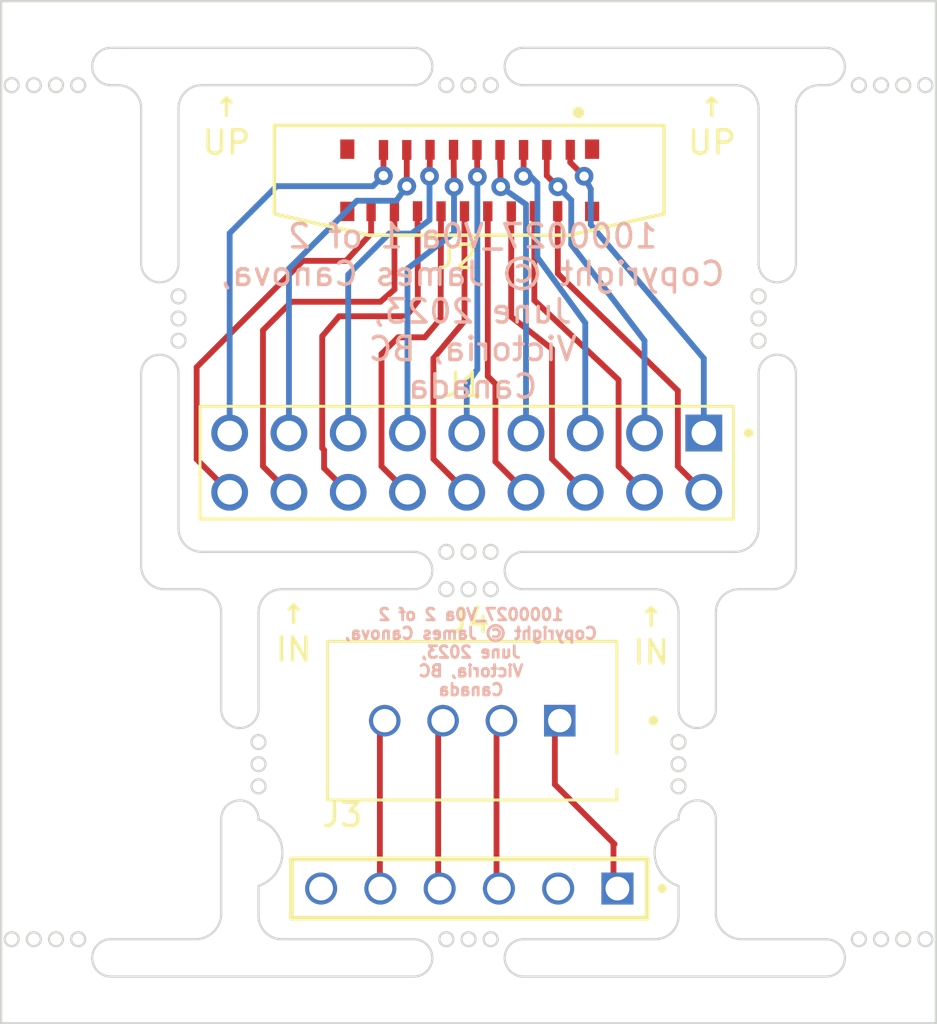
<source format=kicad_pcb>
(kicad_pcb (version 20211014) (generator pcbnew)
  (layers (0 "F.Cu" signal) (31 "B.Cu" signal) (34 "B.Paste" user) (35 "F.Paste" user) (36 "B.SilkS" user "B.Silkscreen") (37 "F.SilkS" user "F.Silkscreen") (38 "B.Mask" user) (39 "F.Mask" user) (44 "Edge.Cuts" user))
  (net 0 "")
  (net 1 "/GND")
  (net 2 "/SCL")
  (net 3 "/SDA")
  (net 4 "/Vcc (3.3V)")
  (net 5 "C1")
  (net 6 "C2")
  (net 7 "C3")
  (net 8 "C4")
  (net 9 "C5")
  (net 10 "C6")
  (net 11 "C7")
  (net 12 "C8")
  (net 13 "C9")
  (net 14 "C10")
  (net 15 "C11")
  (net 16 "C12")
  (net 17 "C13")
  (net 18 "C14")
  (net 19 "C15")
  (net 20 "C16")
  (net 21 "C17")
  (net 22 "C18")
  (footprint "myKiCadGlobalFootprintLibrary:SAMTEC_MTSW-106-12-L-S-790" (layer "F.Cu") (at 149.479 106.299)
    (fp_text reference "J3" (at -5.445 -3.155) (layer "F.SilkS"))
    (fp_text value "MTSW-106-12-L-S-790_6_by_1_header" hide)
    (fp_line (start 7.62 1.27) (end -7.62 1.27) (layer "F.SilkS") (width 0.2))
    (fp_line (start -7.62 1.27) (end -7.62 -1.27) (layer "F.SilkS") (width 0.2))
    (fp_line (start 7.62 -1.27) (end 7.62 1.27) (layer "F.SilkS") (width 0.2))
    (fp_line (start 7.62 -1.27) (end -7.62 -1.27) (layer "F.SilkS") (width 0.2))
    (fp_circle (center 8.27 0) (end 8.37 0) (layer "F.SilkS") (width 0.2) (fill none))
    (pad "01" thru_hole rect (at 6.35 0) (size 1.37 1.37) (drill 1.02) (layers *.Cu *.Mask) (net 1 "/GND"))
    (pad "02" thru_hole circle (at 3.81 0) (size 1.37 1.37) (drill 1.02) (layers *.Cu *.Mask))
    (pad "03" thru_hole circle (at 1.27 0) (size 1.37 1.37) (drill 1.02) (layers *.Cu *.Mask) (net 2 "/SCL"))
    (pad "04" thru_hole circle (at -1.27 0) (size 1.37 1.37) (drill 1.02) (layers *.Cu *.Mask) (net 3 "/SDA"))
    (pad "05" thru_hole circle (at -3.81 0) (size 1.37 1.37) (drill 1.02) (layers *.Cu *.Mask) (net 4 "/Vcc (3.3V)"))
    (pad "06" thru_hole circle (at -6.35 0) (size 1.37 1.37) (drill 1.02) (layers *.Cu *.Mask))
  )
  (footprint "myKiCadGlobalFootprintLibrary:533750410" (layer "F.Cu") (at 153.356 99.1058)
    (fp_text reference "J4" (at -3.856 -4.2808) (layer "F.SilkS"))
    (fp_text value "533750410" hide)
    (fp_line (start 2.45 3.4) (end -9.95 3.4) (layer "F.SilkS") (width 0.127))
    (fp_line (start -9.95 3.4) (end -9.95 -3.4) (layer "F.SilkS") (width 0.127))
    (fp_line (start -9.95 -3.4) (end 2.45 -3.4) (layer "F.SilkS") (width 0.127))
    (fp_line (start 2.45 2.95) (end 2.45 3.4) (layer "F.SilkS") (width 0.127))
    (fp_line (start 2.45 -3.4) (end 2.45 1.4) (layer "F.SilkS") (width 0.127))
    (fp_circle (center 4.0132 0) (end 4.1632 0) (layer "F.SilkS") (width 0.12) (fill solid))
    (pad "" np_thru_hole circle (at 1.6 2.2) (size 1.2 1.2) (drill 1.2) (layers *.Cu *.Mask))
    (pad "1" thru_hole rect (at 0 0) (size 1.35 1.35) (drill 1) (layers *.Cu) (net 1 "/GND"))
    (pad "2" thru_hole circle (at -2.5 0) (size 1.35 1.35) (drill 1) (layers *.Cu) (net 2 "/SCL"))
    (pad "3" thru_hole circle (at -5 0) (size 1.35 1.35) (drill 1) (layers *.Cu) (net 3 "/SDA"))
    (pad "4" thru_hole circle (at -7.5 0) (size 1.35 1.35) (drill 1) (layers *.Cu) (net 4 "/Vcc (3.3V)"))
  )
  (footprint "myKiCadGlobalFootprintLibrary:AMPHENOL_10076801-406T18LF" (layer "F.Cu") (at 149.37 88.048 180)
    (fp_text reference "J1" (at 0.145 3.339) (layer "F.SilkS"))
    (fp_text value "10076801-406T18LF_9_by_2_header" hide)
    (fp_line (start -11.43 2.415) (end -11.43 -2.415) (layer "F.SilkS") (width 0.127))
    (fp_line (start 11.43 -2.415) (end 11.43 2.415) (layer "F.SilkS") (width 0.127))
    (fp_line (start 11.43 2.415) (end -11.43 2.415) (layer "F.SilkS") (width 0.127))
    (fp_line (start 11.43 -2.415) (end -11.43 -2.415) (layer "F.SilkS") (width 0.127))
    (fp_circle (center -12.08 1.27) (end -11.98 1.27) (layer "F.SilkS") (width 0.2) (fill none))
    (pad "01" thru_hole rect (at -10.16 1.27 180) (size 1.575 1.575) (drill 1.05) (layers *.Cu *.Mask) (net 5 "C1"))
    (pad "02" thru_hole circle (at -10.16 -1.27 180) (size 1.575 1.575) (drill 1.05) (layers *.Cu *.Mask) (net 6 "C2"))
    (pad "03" thru_hole circle (at -7.62 1.27 180) (size 1.575 1.575) (drill 1.05) (layers *.Cu *.Mask) (net 7 "C3"))
    (pad "04" thru_hole circle (at -7.62 -1.27 180) (size 1.575 1.575) (drill 1.05) (layers *.Cu *.Mask) (net 8 "C4"))
    (pad "05" thru_hole circle (at -5.08 1.27 180) (size 1.575 1.575) (drill 1.05) (layers *.Cu *.Mask) (net 9 "C5"))
    (pad "06" thru_hole circle (at -5.08 -1.27 180) (size 1.575 1.575) (drill 1.05) (layers *.Cu *.Mask) (net 10 "C6"))
    (pad "07" thru_hole circle (at -2.54 1.27 180) (size 1.575 1.575) (drill 1.05) (layers *.Cu *.Mask) (net 11 "C7"))
    (pad "08" thru_hole circle (at -2.54 -1.27 180) (size 1.575 1.575) (drill 1.05) (layers *.Cu *.Mask) (net 12 "C8"))
    (pad "09" thru_hole circle (at 0 1.27 180) (size 1.575 1.575) (drill 1.05) (layers *.Cu *.Mask) (net 13 "C9"))
    (pad "10" thru_hole circle (at 0 -1.27 180) (size 1.575 1.575) (drill 1.05) (layers *.Cu *.Mask) (net 14 "C10"))
    (pad "11" thru_hole circle (at 2.54 1.27 180) (size 1.575 1.575) (drill 1.05) (layers *.Cu *.Mask) (net 15 "C11"))
    (pad "12" thru_hole circle (at 2.54 -1.27 180) (size 1.575 1.575) (drill 1.05) (layers *.Cu *.Mask) (net 16 "C12"))
    (pad "13" thru_hole circle (at 5.08 1.27 180) (size 1.575 1.575) (drill 1.05) (layers *.Cu *.Mask) (net 17 "C13"))
    (pad "14" thru_hole circle (at 5.08 -1.27 180) (size 1.575 1.575) (drill 1.05) (layers *.Cu *.Mask) (net 18 "C14"))
    (pad "15" thru_hole circle (at 7.62 1.27 180) (size 1.575 1.575) (drill 1.05) (layers *.Cu *.Mask) (net 19 "C15"))
    (pad "16" thru_hole circle (at 7.62 -1.27 180) (size 1.575 1.575) (drill 1.05) (layers *.Cu *.Mask) (net 20 "C16"))
    (pad "17" thru_hole circle (at 10.16 1.27 180) (size 1.575 1.575) (drill 1.05) (layers *.Cu *.Mask) (net 21 "C17"))
    (pad "18" thru_hole circle (at 10.16 -1.27 180) (size 1.575 1.575) (drill 1.05) (layers *.Cu *.Mask) (net 22 "C18"))
  )
  (footprint "myKiCadGlobalFootprintLibrary:525591853" (layer "F.Cu") (at 149.280982 75.605249)
    (fp_text reference "J2" (at -0.327982 3.622751) (layer "F.SilkS"))
    (fp_text value "0525591853" hide)
    (fp_line (start 8.544018 1.781439) (end 8.544018 -2.005075) (layer "F.SilkS") (width 0.1524))
    (fp_line (start -8.155982 -2.005075) (end -8.155982 1.781439) (layer "F.SilkS") (width 0.1524))
    (fp_line (start -4.112116 2.694577) (end 4.500152 2.694577) (layer "F.SilkS") (width 0.1524))
    (fp_line (start -8.155982 1.781439) (end -4.112116 2.694577) (layer "F.SilkS") (width 0.1524))
    (fp_line (start 4.500152 2.694577) (end 8.544018 1.781439) (layer "F.SilkS") (width 0.1524))
    (fp_line (start 8.544018 -2.005075) (end -8.155982 -2.005075) (layer "F.SilkS") (width 0.1524))
    (fp_circle (center 4.8768 -2.5654) (end 5.0268 -2.5654) (layer "F.SilkS") (width 0.2) (fill solid))
    (pad " " smd rect (at 5.461 -0.9906) (size 0.6056 0.8322) (layers "F.Cu" "F.Paste" "F.Mask"))
    (pad " " smd rect (at -5.0292 1.6764) (size 0.6056 0.8322) (layers "F.Cu" "F.Paste" "F.Mask"))
    (pad " " smd rect (at -5.0292 -0.9906) (size 0.6056 0.8322) (layers "F.Cu" "F.Paste" "F.Mask"))
    (pad " " smd rect (at 5.461 1.6764) (size 0.6056 0.8322) (layers "F.Cu" "F.Paste" "F.Mask"))
    (pad "1" smd rect (at 4.525475 -0.966624) (size 0.4 0.85) (layers "F.Cu" "F.Paste" "F.Mask") (net 5 "C1"))
    (pad "2" smd rect (at 3.987845 1.660042) (size 0.4 0.85) (layers "F.Cu" "F.Paste" "F.Mask") (net 6 "C2"))
    (pad "3" smd rect (at 3.519854 -0.96325) (size 0.4 0.85) (layers "F.Cu" "F.Paste" "F.Mask") (net 7 "C3"))
    (pad "4" smd rect (at 2.987202 1.660042) (size 0.4 0.85) (layers "F.Cu" "F.Paste" "F.Mask") (net 8 "C4"))
    (pad "5" smd rect (at 2.52529 -0.959265) (size 0.4 0.85) (layers "F.Cu" "F.Paste" "F.Mask") (net 9 "C5"))
    (pad "6" smd rect (at 1.999675 1.6696) (size 0.4 0.85) (layers "F.Cu" "F.Paste" "F.Mask") (net 10 "C6"))
    (pad "7" smd rect (at 1.51454 -0.959265) (size 0.4 0.85) (layers "F.Cu" "F.Paste" "F.Mask") (net 11 "C7"))
    (pad "8" smd rect (at 0.991354 1.6696) (size 0.4 0.85) (layers "F.Cu" "F.Paste" "F.Mask") (net 12 "C8"))
    (pad "9" smd rect (at 0.528086 -0.959265) (size 0.4 0.85) (layers "F.Cu" "F.Paste" "F.Mask") (net 13 "C9"))
    (pad "10" smd rect (at -0.008868 1.66555) (size 0.4 0.85) (layers "F.Cu" "F.Paste" "F.Mask") (net 14 "C10"))
    (pad "11" smd rect (at -0.476799 -0.966153) (size 0.4 0.85) (layers "F.Cu" "F.Paste" "F.Mask") (net 15 "C11"))
    (pad "12" smd rect (at -1.01314 1.6696) (size 0.4 0.85) (layers "F.Cu" "F.Paste" "F.Mask") (net 16 "C12"))
    (pad "13" smd rect (at -1.484962 -0.966153) (size 0.4 0.85) (layers "F.Cu" "F.Paste" "F.Mask") (net 17 "C13"))
    (pad "14" smd rect (at -2.019975 1.664737) (size 0.4 0.85) (layers "F.Cu" "F.Paste" "F.Mask") (net 18 "C14"))
    (pad "15" smd rect (at -2.480459 -0.9569) (size 0.4 0.85) (layers "F.Cu" "F.Paste" "F.Mask") (net 19 "C15"))
    (pad "16" smd rect (at -3.011289 1.670568) (size 0.4 0.85) (layers "F.Cu" "F.Paste" "F.Mask") (net 20 "C16"))
    (pad "17" smd rect (at -3.479332 -0.9569) (size 0.4 0.85) (layers "F.Cu" "F.Paste" "F.Mask") (net 21 "C17"))
    (pad "18" smd rect (at -4.009815 1.670201) (size 0.4 0.85) (layers "F.Cu" "F.Paste" "F.Mask") (net 22 "C18"))
  )
  (gr_arc (start 137.847 93.472) (mid 138.554107 93.764893) (end 138.847 94.472) (layer "Edge.Cuts") (width 0.1))
  (gr_line (start 138.847 98.622) (end 138.847 94.472) (layer "Edge.Cuts") (width 0.1))
  (gr_circle (center 150.397 108.472) (end 150.697 108.472) (layer "Edge.Cuts") (width 0.1) (fill none))
  (gr_line (start 151.797 108.472) (end 157.447 108.472) (layer "Edge.Cuts") (width 0.1))
  (gr_line (start 140.447 103.322) (end 140.447 103.342195) (layer "Edge.Cuts") (width 0.1))
  (gr_line (start 169.477 68.272) (end 169.477 112.072) (layer "Edge.Cuts") (width 0.1))
  (gr_arc (start 151.797 110.072) (mid 150.997 109.272) (end 151.797 108.472) (layer "Edge.Cuts") (width 0.1))
  (gr_line (start 134.117 71.872) (end 134.417 71.872) (layer "Edge.Cuts") (width 0.1))
  (gr_circle (center 130.817 71.872) (end 131.117 71.872) (layer "Edge.Cuts") (width 0.1) (fill none))
  (gr_arc (start 134.117 71.872) (mid 133.317 71.072) (end 134.117 70.272) (layer "Edge.Cuts") (width 0.1))
  (gr_arc (start 151.797 71.872) (mid 150.997 71.072) (end 151.797 70.272) (layer "Edge.Cuts") (width 0.1))
  (gr_line (start 161.877 72.872) (end 161.877 79.522) (layer "Edge.Cuts") (width 0.1))
  (gr_circle (center 167.127 71.872) (end 167.427 71.872) (layer "Edge.Cuts") (width 0.1) (fill none))
  (gr_circle (center 131.767 108.472) (end 132.067 108.472) (layer "Edge.Cuts") (width 0.1) (fill none))
  (gr_line (start 140.447 107.472) (end 140.447 106.187805) (layer "Edge.Cuts") (width 0.1))
  (gr_circle (center 166.177 71.872) (end 166.477 71.872) (layer "Edge.Cuts") (width 0.1) (fill none))
  (gr_circle (center 137.017 80.922) (end 137.317 80.922) (layer "Edge.Cuts") (width 0.1) (fill none))
  (gr_circle (center 168.077 71.872) (end 168.377 71.872) (layer "Edge.Cuts") (width 0.1) (fill none))
  (gr_circle (center 148.497 91.872) (end 148.797 91.872) (layer "Edge.Cuts") (width 0.1) (fill none))
  (gr_line (start 161.877 84.222) (end 161.877 90.872) (layer "Edge.Cuts") (width 0.1))
  (gr_circle (center 168.077 108.472) (end 168.377 108.472) (layer "Edge.Cuts") (width 0.1) (fill none))
  (gr_circle (center 140.447 100.022) (end 140.747 100.022) (layer "Edge.Cuts") (width 0.1) (fill none))
  (gr_circle (center 148.497 71.872) (end 148.797 71.872) (layer "Edge.Cuts") (width 0.1) (fill none))
  (gr_circle (center 137.017 82.822) (end 137.317 82.822) (layer "Edge.Cuts") (width 0.1) (fill none))
  (gr_arc (start 138.017 91.872) (mid 137.309893 91.579107) (end 137.017 90.872) (layer "Edge.Cuts") (width 0.1))
  (gr_arc (start 151.797 93.472) (mid 150.997 92.672) (end 151.797 91.872) (layer "Edge.Cuts") (width 0.1))
  (gr_line (start 141.447 108.472) (end 147.097 108.472) (layer "Edge.Cuts") (width 0.1))
  (gr_line (start 129.417 112.072) (end 169.477 112.072) (layer "Edge.Cuts") (width 0.1))
  (gr_line (start 151.797 70.272) (end 164.777 70.272) (layer "Edge.Cuts") (width 0.1))
  (gr_line (start 147.097 110.072) (end 134.117 110.072) (layer "Edge.Cuts") (width 0.1))
  (gr_line (start 160.877 71.872) (end 151.797 71.872) (layer "Edge.Cuts") (width 0.1))
  (gr_arc (start 140.447 103.342195) (mid 141.472 104.765) (end 140.447 106.187805) (layer "Edge.Cuts") (width 0.1))
  (gr_line (start 151.797 110.072) (end 164.777 110.072) (layer "Edge.Cuts") (width 0.1))
  (gr_arc (start 158.447 107.472) (mid 158.154107 108.179107) (end 157.447 108.472) (layer "Edge.Cuts") (width 0.1))
  (gr_arc (start 137.017 79.522) (mid 136.217 80.322) (end 135.417 79.522) (layer "Edge.Cuts") (width 0.1))
  (gr_arc (start 157.447 93.472) (mid 158.154107 93.764893) (end 158.447 94.472) (layer "Edge.Cuts") (width 0.1))
  (gr_arc (start 137.017 72.872) (mid 137.309893 72.164893) (end 138.017 71.872) (layer "Edge.Cuts") (width 0.1))
  (gr_circle (center 158.447 100.022) (end 158.747 100.022) (layer "Edge.Cuts") (width 0.1) (fill none))
  (gr_line (start 137.017 84.222) (end 137.017 90.872) (layer "Edge.Cuts") (width 0.1))
  (gr_line (start 151.797 93.472) (end 157.447 93.472) (layer "Edge.Cuts") (width 0.1))
  (gr_circle (center 149.447 91.872) (end 149.747 91.872) (layer "Edge.Cuts") (width 0.1) (fill none))
  (gr_circle (center 158.447 101.922) (end 158.747 101.922) (layer "Edge.Cuts") (width 0.1) (fill none))
  (gr_line (start 138.017 91.872) (end 147.097 91.872) (layer "Edge.Cuts") (width 0.1))
  (gr_circle (center 129.867 71.872) (end 130.167 71.872) (layer "Edge.Cuts") (width 0.1) (fill none))
  (gr_circle (center 150.397 91.872) (end 150.697 91.872) (layer "Edge.Cuts") (width 0.1) (fill none))
  (gr_arc (start 134.117 110.072) (mid 133.317 109.272) (end 134.117 108.472) (layer "Edge.Cuts") (width 0.1))
  (gr_circle (center 148.497 93.472) (end 148.797 93.472) (layer "Edge.Cuts") (width 0.1) (fill none))
  (gr_line (start 137.742 108.472) (end 134.117 108.472) (layer "Edge.Cuts") (width 0.1))
  (gr_arc (start 136.417 93.472) (mid 135.709893 93.179107) (end 135.417 92.472) (layer "Edge.Cuts") (width 0.1))
  (gr_line (start 158.447 103.322) (end 158.447 103.342195) (layer "Edge.Cuts") (width 0.1))
  (gr_circle (center 129.867 108.472) (end 130.167 108.472) (layer "Edge.Cuts") (width 0.1) (fill none))
  (gr_circle (center 132.717 71.872) (end 133.017 71.872) (layer "Edge.Cuts") (width 0.1) (fill none))
  (gr_arc (start 163.477 92.472) (mid 163.184107 93.179107) (end 162.477 93.472) (layer "Edge.Cuts") (width 0.1))
  (gr_arc (start 160.047 98.622) (mid 159.247 99.422) (end 158.447 98.622) (layer "Edge.Cuts") (width 0.1))
  (gr_line (start 136.417 93.472) (end 137.847 93.472) (layer "Edge.Cuts") (width 0.1))
  (gr_circle (center 161.877 80.922) (end 162.177 80.922) (layer "Edge.Cuts") (width 0.1) (fill none))
  (gr_circle (center 130.817 108.472) (end 131.117 108.472) (layer "Edge.Cuts") (width 0.1) (fill none))
  (gr_arc (start 161.152 108.472) (mid 160.370647 108.148353) (end 160.047 107.367) (layer "Edge.Cuts") (width 0.1))
  (gr_line (start 161.047 93.472) (end 162.477 93.472) (layer "Edge.Cuts") (width 0.1))
  (gr_arc (start 158.447 103.322) (mid 159.247 102.522) (end 160.047 103.322) (layer "Edge.Cuts") (width 0.1))
  (gr_arc (start 160.047 94.472) (mid 160.339893 93.764893) (end 161.047 93.472) (layer "Edge.Cuts") (width 0.1))
  (gr_line (start 135.417 84.222) (end 135.417 92.472) (layer "Edge.Cuts") (width 0.1))
  (gr_circle (center 169.027 108.472) (end 169.327 108.472) (layer "Edge.Cuts") (width 0.1) (fill none))
  (gr_circle (center 158.447 100.972) (end 158.747 100.972) (layer "Edge.Cuts") (width 0.1) (fill none))
  (gr_line (start 140.447 98.622) (end 140.447 94.472) (layer "Edge.Cuts") (width 0.1))
  (gr_arc (start 163.477 72.872) (mid 163.769893 72.164893) (end 164.477 71.872) (layer "Edge.Cuts") (width 0.1))
  (gr_line (start 163.477 79.522) (end 163.477 72.872) (layer "Edge.Cuts") (width 0.1))
  (gr_circle (center 149.447 71.872) (end 149.747 71.872) (layer "Edge.Cuts") (width 0.1) (fill none))
  (gr_circle (center 169.027 71.872) (end 169.327 71.872) (layer "Edge.Cuts") (width 0.1) (fill none))
  (gr_arc (start 138.847 103.322) (mid 139.647 102.522) (end 140.447 103.322) (layer "Edge.Cuts") (width 0.1))
  (gr_arc (start 147.097 108.472) (mid 147.897 109.272) (end 147.097 110.072) (layer "Edge.Cuts") (width 0.1))
  (gr_circle (center 137.017 81.872) (end 137.317 81.872) (layer "Edge.Cuts") (width 0.1) (fill none))
  (gr_arc (start 135.417 84.222) (mid 136.217 83.422) (end 137.017 84.222) (layer "Edge.Cuts") (width 0.1))
  (gr_line (start 138.017 71.872) (end 147.097 71.872) (layer "Edge.Cuts") (width 0.1))
  (gr_circle (center 131.767 71.872) (end 132.067 71.872) (layer "Edge.Cuts") (width 0.1) (fill none))
  (gr_circle (center 161.877 81.872) (end 162.177 81.872) (layer "Edge.Cuts") (width 0.1) (fill none))
  (gr_circle (center 150.397 93.472) (end 150.697 93.472) (layer "Edge.Cuts") (width 0.1) (fill none))
  (gr_circle (center 166.177 108.472) (end 166.477 108.472) (layer "Edge.Cuts") (width 0.1) (fill none))
  (gr_arc (start 147.097 91.872) (mid 147.897 92.672) (end 147.097 93.472) (layer "Edge.Cuts") (width 0.1))
  (gr_line (start 164.477 71.872) (end 164.777 71.872) (layer "Edge.Cuts") (width 0.1))
  (gr_arc (start 140.447 94.472) (mid 140.739893 93.764893) (end 141.447 93.472) (layer "Edge.Cuts") (width 0.1))
  (gr_line (start 151.797 91.872) (end 160.877 91.872) (layer "Edge.Cuts") (width 0.1))
  (gr_arc (start 138.847 107.367) (mid 138.523353 108.148353) (end 137.742 108.472) (layer "Edge.Cuts") (width 0.1))
  (gr_circle (center 149.447 108.472) (end 149.747 108.472) (layer "Edge.Cuts") (width 0.1) (fill none))
  (gr_line (start 161.152 108.472) (end 164.777 108.472) (layer "Edge.Cuts") (width 0.1))
  (gr_arc (start 140.447 98.622) (mid 139.647 99.422) (end 138.847 98.622) (layer "Edge.Cuts") (width 0.1))
  (gr_arc (start 160.877 71.872) (mid 161.584107 72.164893) (end 161.877 72.872) (layer "Edge.Cuts") (width 0.1))
  (gr_line (start 147.097 70.272) (end 134.117 70.272) (layer "Edge.Cuts") (width 0.1))
  (gr_arc (start 147.097 70.272) (mid 147.897 71.072) (end 147.097 71.872) (layer "Edge.Cuts") (width 0.1))
  (gr_arc (start 163.477 79.522) (mid 162.677 80.322) (end 161.877 79.522) (layer "Edge.Cuts") (width 0.1))
  (gr_circle (center 132.717 108.472) (end 133.017 108.472) (layer "Edge.Cuts") (width 0.1) (fill none))
  (gr_arc (start 164.777 70.272) (mid 165.577 71.072) (end 164.777 71.872) (layer "Edge.Cuts") (width 0.1))
  (gr_arc (start 134.417 71.872) (mid 135.124107 72.164893) (end 135.417 72.872) (layer "Edge.Cuts") (width 0.1))
  (gr_arc (start 161.877 90.872) (mid 161.584107 91.579107) (end 160.877 91.872) (layer "Edge.Cuts") (width 0.1))
  (gr_circle (center 161.877 82.822) (end 162.177 82.822) (layer "Edge.Cuts") (width 0.1) (fill none))
  (gr_arc (start 158.447 106.187805) (mid 157.422 104.765) (end 158.447 103.342195) (layer "Edge.Cuts") (width 0.1))
  (gr_circle (center 149.447 93.472) (end 149.747 93.472) (layer "Edge.Cuts") (width 0.1) (fill none))
  (gr_circle (center 148.497 108.472) (end 148.797 108.472) (layer "Edge.Cuts") (width 0.1) (fill none))
  (gr_circle (center 167.127 108.472) (end 167.427 108.472) (layer "Edge.Cuts") (width 0.1) (fill none))
  (gr_line (start 160.047 98.622) (end 160.047 94.472) (layer "Edge.Cuts") (width 0.1))
  (gr_circle (center 150.397 71.872) (end 150.697 71.872) (layer "Edge.Cuts") (width 0.1) (fill none))
  (gr_line (start 158.447 98.622) (end 158.447 94.472) (layer "Edge.Cuts") (width 0.1))
  (gr_line (start 141.447 93.472) (end 147.097 93.472) (layer "Edge.Cuts") (width 0.1))
  (gr_line (start 158.447 106.187805) (end 158.447 107.472) (layer "Edge.Cuts") (width 0.1))
  (gr_line (start 129.417 68.272) (end 169.477 68.272) (layer "Edge.Cuts") (width 0.1))
  (gr_line (start 160.047 103.322) (end 160.047 107.367) (layer "Edge.Cuts") (width 0.1))
  (gr_line (start 138.847 103.322) (end 138.847 107.367) (layer "Edge.Cuts") (width 0.1))
  (gr_line (start 135.417 79.522) (end 135.417 72.872) (layer "Edge.Cuts") (width 0.1))
  (gr_circle (center 140.447 100.972) (end 140.747 100.972) (layer "Edge.Cuts") (width 0.1) (fill none))
  (gr_line (start 137.017 72.872) (end 137.017 79.522) (layer "Edge.Cuts") (width 0.1))
  (gr_arc (start 141.447 108.472) (mid 140.739893 108.179107) (end 140.447 107.472) (layer "Edge.Cuts") (width 0.1))
  (gr_arc (start 164.777 108.472) (mid 165.577 109.272) (end 164.777 110.072) (layer "Edge.Cuts") (width 0.1))
  (gr_line (start 163.477 84.222) (end 163.477 92.472) (layer "Edge.Cuts") (width 0.1))
  (gr_arc (start 161.877 84.222) (mid 162.677 83.422) (end 163.477 84.222) (layer "Edge.Cuts") (width 0.1))
  (gr_circle (center 140.447 101.922) (end 140.747 101.922) (layer "Edge.Cuts") (width 0.1) (fill none))
  (gr_line (start 129.417 68.272) (end 129.417 112.072) (layer "Edge.Cuts") (width 0.1))
  (gr_text "1000027_V0a 1 of 2\nCopyright © James Canova,\nJune 2023,\nVictoria, BC\nCanada\n\n " (at 149.625 83.175) (layer "B.SilkS") (effects (font (size 1 1)) (justify mirror)))
  (gr_text "1000027_V0a 2 of 2\nCopyright © James Canova,\nJune 2023,\nVictoria, BC\nCanada\n\n " (at 149.55 96.975) (layer "B.SilkS") (effects (font (size 0.5 0.5) (thickness 0.12)) (justify mirror)))
  (gr_text "↑\nUP" (at 159.875 73.525) (layer "F.SilkS") (effects (font (size 1 1))))
  (gr_text "↑\nIN" (at 141.95 95.25) (layer "F.SilkS") (effects (font (size 1 1))))
  (gr_text "↑\nIN" (at 157.275 95.375) (layer "F.SilkS") (effects (font (size 1 1))))
  (gr_text "↑\nUP" (at 139.075 73.525) (layer "F.SilkS") (effects (font (size 1 1))))
  (segment (start 155.702 104.394) (end 155.6595 104.4365) (width 0.25) (layer "F.Cu") (net 1))
  (segment (start 155.6595 104.4365) (end 155.6595 105.972) (width 0.25) (layer "F.Cu") (net 1))
  (segment (start 153.147 101.839) (end 155.702 104.394) (width 0.25) (layer "F.Cu") (net 1))
  (segment (start 153.147 99.3098) (end 153.147 101.839) (width 0.25) (layer "F.Cu") (net 1))
  (segment (start 150.647 99.3098) (end 150.647 105.9045) (width 0.25) (layer "F.Cu") (net 2))
  (segment (start 150.647 105.9045) (end 150.5795 105.972) (width 0.25) (layer "F.Cu") (net 2))
  (segment (start 148.147 105.8645) (end 148.0395 105.972) (width 0.25) (layer "F.Cu") (net 3))
  (segment (start 148.147 99.3098) (end 148.147 105.8645) (width 0.25) (layer "F.Cu") (net 3))
  (segment (start 145.647 105.8245) (end 145.4995 105.972) (width 0.25) (layer "F.Cu") (net 4))
  (segment (start 145.647 99.3098) (end 145.647 105.8245) (width 0.25) (layer "F.Cu") (net 4))
  (segment (start 153.806457 74.638625) (end 153.806457 75.181457) (width 0.25) (layer "F.Cu") (net 5))
  (segment (start 153.806457 75.181457) (end 154.4 75.775) (width 0.25) (layer "F.Cu") (net 5))
  (via (at 154.4 75.775) (size 0.8) (drill 0.4) (layers "F.Cu" "B.Cu") (net 5))
  (segment (start 154.4 75.775) (end 154.686 76.327) (width 0.25) (layer "B.Cu") (net 5))
  (segment (start 154.686 77.851) (end 159.53 83.584) (width 0.25) (layer "B.Cu") (net 5))
  (segment (start 154.686 76.327) (end 154.686 77.851) (width 0.25) (layer "B.Cu") (net 5))
  (segment (start 159.53 83.584) (end 159.53 86.778) (width 0.25) (layer "B.Cu") (net 5))
  (segment (start 153.275 79.95) (end 153.268827 77.265291) (width 0.25) (layer "F.Cu") (net 6))
  (segment (start 158.4175 84.963) (end 153.275 79.95) (width 0.25) (layer "F.Cu") (net 6))
  (segment (start 158.4175 88.2055) (end 158.4175 84.963) (width 0.25) (layer "F.Cu") (net 6))
  (segment (start 159.53 89.318) (end 158.4175 88.2055) (width 0.25) (layer "F.Cu") (net 6))
  (segment (start 152.800836 74.641999) (end 152.800836 75.750836) (width 0.25) (layer "F.Cu") (net 7))
  (segment (start 152.800836 75.750836) (end 153.275 76.225) (width 0.25) (layer "F.Cu") (net 7))
  (via (at 153.275 76.225) (size 0.8) (drill 0.4) (layers "F.Cu" "B.Cu") (net 7))
  (segment (start 153.85 78.7) (end 156.99 82.822) (width 0.25) (layer "B.Cu") (net 7))
  (segment (start 153.85 78.7) (end 153.85 76.8) (width 0.25) (layer "B.Cu") (net 7))
  (segment (start 153.85 76.8) (end 153.275 76.225) (width 0.25) (layer "B.Cu") (net 7))
  (segment (start 156.99 82.822) (end 156.99 86.778) (width 0.25) (layer "B.Cu") (net 7))
  (segment (start 155.85 84.475) (end 152.268184 81.093184) (width 0.25) (layer "F.Cu") (net 8))
  (segment (start 155.8775 88.2055) (end 155.8775 84.5035) (width 0.25) (layer "F.Cu") (net 8))
  (segment (start 152.268184 81.093184) (end 152.268184 77.265291) (width 0.25) (layer "F.Cu") (net 8))
  (segment (start 156.99 89.318) (end 155.8775 88.2055) (width 0.25) (layer "F.Cu") (net 8))
  (segment (start 151.806272 75.768728) (end 151.8 75.775) (width 0.25) (layer "F.Cu") (net 9))
  (segment (start 151.806272 74.645984) (end 151.806272 75.768728) (width 0.25) (layer "F.Cu") (net 9))
  (via (at 151.8 75.775) (size 0.8) (drill 0.4) (layers "F.Cu" "B.Cu") (net 9))
  (segment (start 152.4 79.248) (end 152.4 76.073) (width 0.25) (layer "B.Cu") (net 9))
  (segment (start 152.4 76.073) (end 152.102 75.775) (width 0.25) (layer "B.Cu") (net 9))
  (segment (start 154.45 86.778) (end 154.45 82.06) (width 0.25) (layer "B.Cu") (net 9))
  (segment (start 152.102 75.775) (end 151.8 75.775) (width 0.25) (layer "B.Cu") (net 9))
  (segment (start 154.45 82.06) (end 152.4 79.248) (width 0.25) (layer "B.Cu") (net 9))
  (segment (start 153.0225 83.1725) (end 151.275 81.8) (width 0.25) (layer "F.Cu") (net 10))
  (segment (start 154.45 89.318) (end 153.0225 87.8905) (width 0.25) (layer "F.Cu") (net 10))
  (segment (start 153.0225 87.8905) (end 153.0225 83.1725) (width 0.25) (layer "F.Cu") (net 10))
  (segment (start 151.275 81.8) (end 151.280657 77.274849) (width 0.25) (layer "F.Cu") (net 10))
  (segment (start 150.795522 74.645984) (end 150.825 76.225) (width 0.25) (layer "F.Cu") (net 11))
  (via (at 150.825 76.225) (size 0.8) (drill 0.4) (layers "F.Cu" "B.Cu") (net 11))
  (segment (start 151.91 76.98) (end 151.91 86.778) (width 0.25) (layer "B.Cu") (net 11))
  (segment (start 150.825 76.225) (end 151.91 76.98) (width 0.25) (layer "B.Cu") (net 11))
  (segment (start 150.272336 84.347336) (end 150.272336 77.274849) (width 0.25) (layer "F.Cu") (net 12))
  (segment (start 151.91 89.318) (end 150.6 88.008) (width 0.25) (layer "F.Cu") (net 12))
  (segment (start 150.6 84.675) (end 150.272336 84.347336) (width 0.25) (layer "F.Cu") (net 12))
  (segment (start 150.6 88.008) (end 150.6 84.675) (width 0.25) (layer "F.Cu") (net 12))
  (segment (start 149.809068 74.645984) (end 149.825 75.8) (width 0.25) (layer "F.Cu") (net 13))
  (via (at 149.825 75.8) (size 0.8) (drill 0.4) (layers "F.Cu" "B.Cu") (net 13))
  (segment (start 149.37 84.691) (end 149.37 86.778) (width 0.25) (layer "B.Cu") (net 13))
  (segment (start 149.825 84.05) (end 149.37 84.691) (width 0.25) (layer "B.Cu") (net 13))
  (segment (start 149.825 75.8) (end 149.825 84.05) (width 0.25) (layer "B.Cu") (net 13))
  (segment (start 147.9425 83.5785) (end 149.275 81.975) (width 0.25) (layer "F.Cu") (net 14))
  (segment (start 149.37 89.318) (end 147.9425 87.8905) (width 0.25) (layer "F.Cu") (net 14))
  (segment (start 149.275 81.975) (end 149.272114 77.270799) (width 0.25) (layer "F.Cu") (net 14))
  (segment (start 147.9425 87.8905) (end 147.9425 83.5785) (width 0.25) (layer "F.Cu") (net 14))
  (segment (start 148.825 76.225) (end 148.804183 74.639096) (width 0.25) (layer "F.Cu") (net 15))
  (via (at 148.825 76.225) (size 0.8) (drill 0.4) (layers "F.Cu" "B.Cu") (net 15))
  (segment (start 148.825 78.2) (end 146.83 79.738) (width 0.25) (layer "B.Cu") (net 15))
  (segment (start 146.83 79.738) (end 146.83 86.778) (width 0.25) (layer "B.Cu") (net 15))
  (segment (start 148.825 76.225) (end 148.825 78.2) (width 0.25) (layer "B.Cu") (net 15))
  (segment (start 145.7175 88.2055) (end 145.7175 83.3905) (width 0.25) (layer "F.Cu") (net 16))
  (segment (start 147.574 82.677) (end 148.25 81.875) (width 0.25) (layer "F.Cu") (net 16))
  (segment (start 146.431 82.677) (end 147.574 82.677) (width 0.25) (layer "F.Cu") (net 16))
  (segment (start 146.83 89.318) (end 145.7175 88.2055) (width 0.25) (layer "F.Cu") (net 16))
  (segment (start 145.7175 83.3905) (end 146.431 82.677) (width 0.25) (layer "F.Cu") (net 16))
  (segment (start 148.25 81.875) (end 148.267842 77.274849) (width 0.25) (layer "F.Cu") (net 16))
  (segment (start 147.79602 74.639096) (end 147.775 75.775) (width 0.25) (layer "F.Cu") (net 17))
  (via (at 147.775 75.775) (size 0.8) (drill 0.4) (layers "F.Cu" "B.Cu") (net 17))
  (segment (start 144.29 79.992) (end 144.29 86.778) (width 0.25) (layer "B.Cu") (net 17))
  (segment (start 147 78.232) (end 146.05 78.232) (width 0.25) (layer "B.Cu") (net 17))
  (segment (start 146.05 78.232) (end 144.29 79.992) (width 0.25) (layer "B.Cu") (net 17))
  (segment (start 147.775 75.775) (end 147.775 77.65) (width 0.25) (layer "B.Cu") (net 17))
  (segment (start 147.775 77.65) (end 147 78.232) (width 0.25) (layer "B.Cu") (net 17))
  (segment (start 144.29 89.318) (end 143.256 88.284) (width 0.25) (layer "F.Cu") (net 18))
  (segment (start 143.9 81.775) (end 146.775 81.775) (width 0.25) (layer "F.Cu") (net 18))
  (segment (start 143.256 88.284) (end 143.256 87.503) (width 0.25) (layer "F.Cu") (net 18))
  (segment (start 143.256 87.503) (end 143.1775 87.4245) (width 0.25) (layer "F.Cu") (net 18))
  (segment (start 143.1775 87.4245) (end 143.1775 82.6285) (width 0.25) (layer "F.Cu") (net 18))
  (segment (start 146.775 81.775) (end 147.275 81.125) (width 0.25) (layer "F.Cu") (net 18))
  (segment (start 147.275 81.125) (end 147.261007 77.269986) (width 0.25) (layer "F.Cu") (net 18))
  (segment (start 143.1775 82.6285) (end 143.9 81.775) (width 0.25) (layer "F.Cu") (net 18))
  (segment (start 146.800523 74.648349) (end 146.800523 76.199477) (width 0.25) (layer "F.Cu") (net 19))
  (segment (start 146.800523 76.199477) (end 146.8 76.2) (width 0.25) (layer "F.Cu") (net 19))
  (via (at 146.8 76.2) (size 0.8) (drill 0.4) (layers "F.Cu" "B.Cu") (net 19))
  (segment (start 141.75 79.738) (end 144.663 76.825) (width 0.25) (layer "B.Cu") (net 19))
  (segment (start 146.35 76.825) (end 146.8 76.2) (width 0.25) (layer "B.Cu") (net 19))
  (segment (start 141.75 86.778) (end 141.75 79.738) (width 0.25) (layer "B.Cu") (net 19))
  (segment (start 144.663 76.825) (end 146.35 76.825) (width 0.25) (layer "B.Cu") (net 19))
  (segment (start 141.75 89.318) (end 140.6375 88.2055) (width 0.25) (layer "F.Cu") (net 20))
  (segment (start 141.859 81.153) (end 145.669 81.153) (width 0.25) (layer "F.Cu") (net 20))
  (segment (start 140.6375 82.3745) (end 141.859 81.153) (width 0.25) (layer "F.Cu") (net 20))
  (segment (start 145.669 81.153) (end 146.275 80.625) (width 0.25) (layer "F.Cu") (net 20))
  (segment (start 140.6375 88.2055) (end 140.6375 82.3745) (width 0.25) (layer "F.Cu") (net 20))
  (segment (start 146.275 80.625) (end 146.269693 77.275817) (width 0.25) (layer "F.Cu") (net 20))
  (segment (start 145.80165 74.648349) (end 145.80165 75.74835) (width 0.25) (layer "F.Cu") (net 21))
  (segment (start 145.80165 75.74835) (end 145.8 75.75) (width 0.25) (layer "F.Cu") (net 21))
  (via (at 145.8 75.75) (size 0.8) (drill 0.4) (layers "F.Cu" "B.Cu") (net 21))
  (segment (start 145.35 76.2) (end 145.8 75.75) (width 0.25) (layer "B.Cu") (net 21))
  (segment (start 139.21 86.778) (end 139.21 78.214) (width 0.25) (layer "B.Cu") (net 21))
  (segment (start 139.21 78.214) (end 141.224 76.2) (width 0.25) (layer "B.Cu") (net 21))
  (segment (start 141.224 76.2) (end 145.35 76.2) (width 0.25) (layer "B.Cu") (net 21))
  (segment (start 142.35 79.4) (end 144.225 79.4) (width 0.25) (layer "F.Cu") (net 22))
  (segment (start 145.271167 78.221167) (end 145.271167 77.27545) (width 0.25) (layer "F.Cu") (net 22))
  (segment (start 137.795 83.955) (end 142.35 79.4) (width 0.25) (layer "F.Cu") (net 22))
  (segment (start 144.2 79.4) (end 145.275 78.225) (width 0.25) (layer "F.Cu") (net 22))
  (segment (start 139.21 89.318) (end 137.795 87.903) (width 0.25) (layer "F.Cu") (net 22))
  (segment (start 137.795 87.903) (end 137.795 83.955) (width 0.25) (layer "F.Cu") (net 22))
)
</source>
